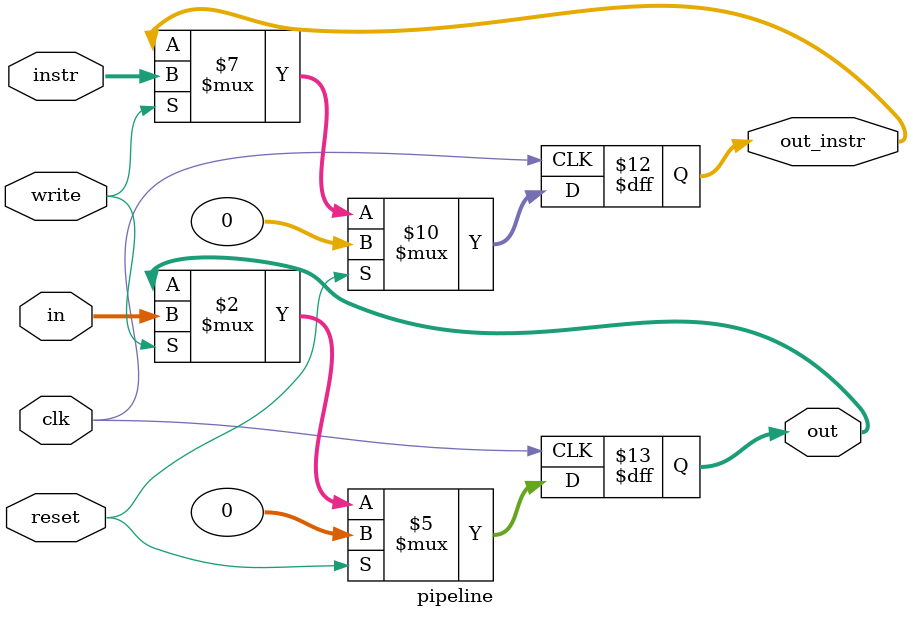
<source format=v>
`timescale 1ns / 1ps


module pipeline(clk,reset,write,instr,in,out_instr,out);
input [31:0] instr;
input [31:0] in;
input reset,write,clk;
output reg [31:0] out_instr;
output reg [31:0] out;

    //daca reset este 1 intoarce 0
    //daca write e 1 intoarce valoarea de la intrare
    //salvam doua valori:iesirea de la pc si instructiunea obt de la instr memory 
    always @(posedge clk)
        if (reset)
        begin
            out_instr <= 0;
            out <= 0;
        end
        else    
        begin
            if (write)
            begin
                out_instr <= instr;
                out <= in;
            end
        end
endmodule
</source>
